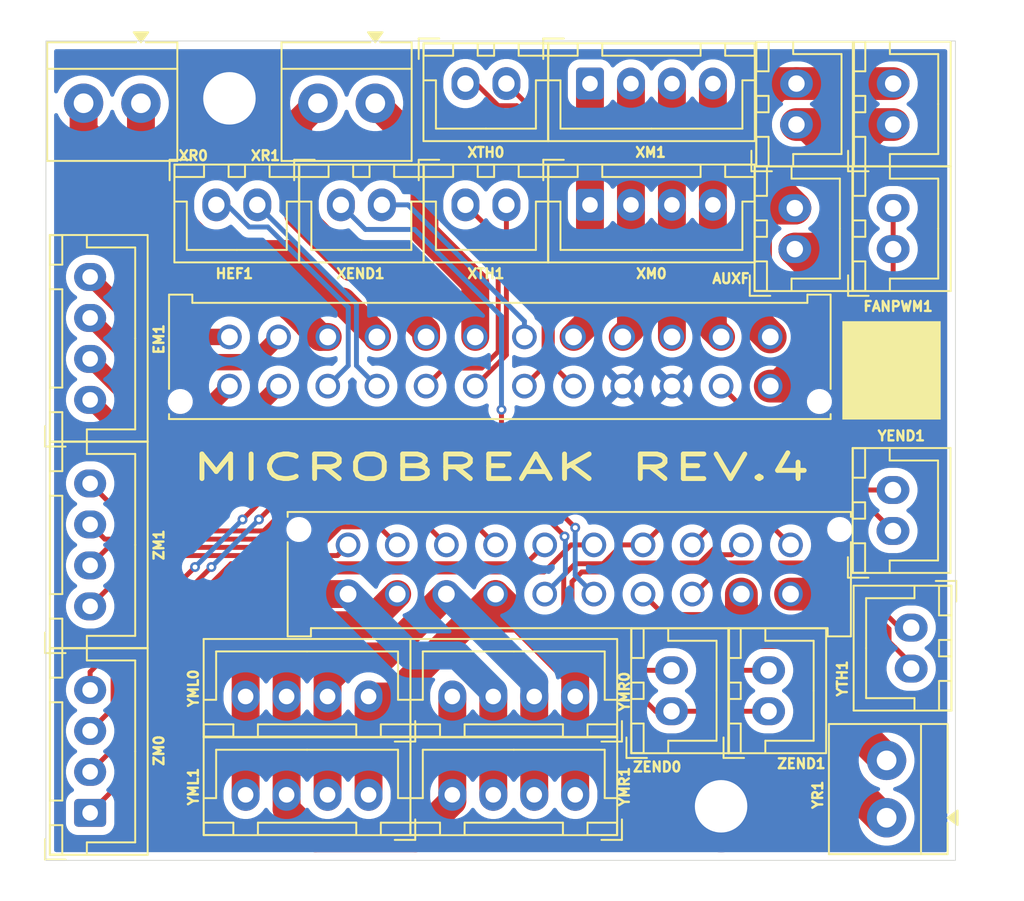
<source format=kicad_pcb>
(kicad_pcb (version 20241229) (generator "pcbnew") (generator_version "9.0")
  (layers (0 "F.Cu" signal) (2 "B.Cu" signal) (13 "F.Paste" user) (15 "B.Paste" user) (5 "F.SilkS" user "F.Silkscreen") (7 "B.SilkS" user "B.Silkscreen") (1 "F.Mask" user) (3 "B.Mask" user) (25 "Edge.Cuts" user))
  (net 0 "")
  (net 1 "Net-(AUXF1-+)")
  (net 2 "Net-(AUXF1--)")
  (net 3 "GND")
  (net 4 "Net-(HEF1-+)")
  (net 5 "Net-(HEF1--)")
  (net 6 "Net-(JX1-Pin_8)")
  (net 7 "Net-(JX1-Pin_9)")
  (net 8 "Net-(JX1-Pin_10)")
  (net 9 "Net-(JY1-Pin_8)")
  (net 10 "Net-(JY1-Pin_19)")
  (net 11 "Net-(JY1-Pin_3)")
  (net 12 "Net-(JY1-Pin_4)")
  (net 13 "Net-(JY1-Pin_2)")
  (net 14 "Net-(JY1-Pin_9)")
  (net 15 "Net-(JY1-Pin_17)")
  (net 16 "Net-(JY1-Pin_1)")
  (net 17 "Net-(JY1-Pin_10)")
  (net 18 "Net-(JY1-Pin_18)")
  (net 19 "Net-(JY1-Pin_20)")
  (net 20 "Net-(JY1-Pin_6)")
  (net 21 "Net-(JY1-Pin_7)")
  (net 22 "Net-(JY1-Pin_5)")
  (net 23 "Net-(FANPWM1-Pin_1)")
  (net 24 "Net-(JX1-Pin_4)")
  (net 25 "Net-(JX1-Pin_11)")
  (net 26 "Net-(JX1-Pin_18)")
  (net 27 "Net-(JX1-Pin_17)")
  (net 28 "Net-(JX1-Pin_7)")
  (net 29 "Net-(JX1-Pin_19)")
  (net 30 "Net-(JX1-Pin_20)")
  (net 31 "Net-(JY1-Pin_15)")
  (net 32 "Net-(JY1-Pin_16)")
  (net 33 "Net-(JY1-Pin_13)")
  (net 34 "Net-(JY1-Pin_14)")
  (net 35 "Net-(JY1-Pin_12)")
  (net 36 "Net-(JY1-Pin_11)")
  (net 37 "Net-(JX1-Pin_6)")
  (net 38 "Net-(JX1-Pin_5)")
  (net 39 "Net-(JX1-Pin_3)")
  (net 40 "Net-(EM1-Pin_3)")
  (net 41 "Net-(EM1-Pin_2)")
  (net 42 "Net-(EM1-Pin_1)")
  (net 43 "Net-(EM1-Pin_4)")
  (footprint "MountingHole:MountingHole_3.2mm_M3_DIN965_Pad_TopBottom" (layer "F.Cu") (at 154 78.5)
    (property "Reference" "H1" (hide yes))
    (property "Value" "MountingHole_Pad" (hide yes))
    (pad "1" thru_hole circle (at 0 0) (size 3.6 3.6) (drill 3.2) (layers "*.Cu" "*.Mask") (net 3 "GND"))
    (pad "1" connect circle (at 0 0) (size 5.6 5.6) (layers "F.Cu" "F.Mask") (net 3 "GND"))
    (pad "1" connect circle (at 0 0) (size 5.6 5.6) (layers "B.Cu" "B.Mask") (net 3 "GND"))
  )
  (footprint "TerminalBlock_4Ucon:TerminalBlock_4Ucon_1x02_P3.50mm_Horizontal" (layer "F.Cu") (at 148.6 78.8 180)
    (property "Reference" "XR0" (at -3.2 -3.2 0) (layer "F.SilkS") (effects (font (size 0.6 0.6))))
    (property "Value" "Heater" (hide yes))
    (pad "1" thru_hole circle (at 0 0 180) (size 2.4 2.4) (drill 1.2) (layers "*.Cu" "*.Mask") (net 24 "Net-(JX1-Pin_4)"))
    (pad "2" thru_hole circle (at 3.5 0 180) (size 2.4 2.4) (drill 1.2) (layers "*.Cu" "*.Mask") (net 39 "Net-(JX1-Pin_3)"))
  )
  (footprint "Connector_JST:JST_XH_B4B-XH-A_1x04_P2.50mm_Vertical" (layer "F.Cu") (at 175.1 115 180)
    (property "Reference" "YMR0" (at -3 0.3 90) (layer "F.SilkS") (effects (font (size 0.6 0.6))))
    (property "Value" "Conn_01x04_Socket" (hide yes))
    (pad "1" thru_hole oval (at 0 0 180) (size 1.7 1.95) (drill 0.95) (layers "*.Cu" "*.Mask") (net 21 "Net-(JY1-Pin_7)"))
    (pad "2" thru_hole oval (at 2.5 0 180) (size 1.7 1.95) (drill 0.95) (layers "*.Cu" "*.Mask") (net 9 "Net-(JY1-Pin_8)"))
    (pad "3" thru_hole oval (at 5 0 180) (size 1.7 1.95) (drill 0.95) (layers "*.Cu" "*.Mask") (net 17 "Net-(JY1-Pin_10)"))
    (pad "4" thru_hole oval (at 7.5 0 180) (size 1.7 1.95) (drill 0.95) (layers "*.Cu" "*.Mask") (net 14 "Net-(JY1-Pin_9)"))
  )
  (footprint "Connector_JST:JST_XH_B4B-XH-A_1x04_P2.50mm_Vertical" (layer "F.Cu") (at 162.488349 121 180)
    (property "Reference" "YML1" (at 10.688349 0.5 270) (layer "F.SilkS") (effects (font (size 0.6 0.6))))
    (property "Value" "Conn_01x04_Socket" (hide yes))
    (pad "1" thru_hole oval (at 0 0 180) (size 1.7 1.95) (drill 0.95) (layers "*.Cu" "*.Mask") (net 21 "Net-(JY1-Pin_7)"))
    (pad "2" thru_hole oval (at 2.5 0 180) (size 1.7 1.95) (drill 0.95) (layers "*.Cu" "*.Mask") (net 9 "Net-(JY1-Pin_8)"))
    (pad "3" thru_hole oval (at 5 0 180) (size 1.7 1.95) (drill 0.95) (layers "*.Cu" "*.Mask") (net 14 "Net-(JY1-Pin_9)"))
    (pad "4" thru_hole oval (at 7.5 0 180) (size 1.7 1.95) (drill 0.95) (layers "*.Cu" "*.Mask") (net 17 "Net-(JY1-Pin_10)"))
  )
  (footprint "Connector_JST:JST_XH_B2B-XH-A_1x02_P2.50mm_Vertical" (layer "F.Cu") (at 194.5 87.7 90)
    (property "Reference" "FANPWM1" (at -3.5 0.3 0) (layer "F.SilkS") (effects (font (size 0.6 0.6))))
    (property "Value" "Conn_01x02" (hide yes))
    (pad "1" thru_hole oval (at 0 0 90) (size 1.7 2) (drill 1) (layers "*.Cu" "*.Mask") (net 23 "Net-(FANPWM1-Pin_1)"))
    (pad "2" thru_hole oval (at 2.5 0 90) (size 1.7 2) (drill 1) (layers "*.Cu" "*.Mask") (net 23 "Net-(FANPWM1-Pin_1)"))
  )
  (footprint "Connector_JST:JST_XH_B2B-XH-A_1x02_P2.50mm_Vertical" (layer "F.Cu") (at 160.8 85)
    (property "Reference" "XEND1" (at 1.2 4.2 0) (layer "F.SilkS") (effects (font (size 0.6 0.6))))
    (property "Value" "SW_Push" (hide yes))
    (pad "1" thru_hole oval (at 0 0) (size 1.7 2) (drill 1) (layers "*.Cu" "*.Mask") (net 34 "Net-(JY1-Pin_14)"))
    (pad "2" thru_hole oval (at 2.5 0) (size 1.7 2) (drill 1) (layers "*.Cu" "*.Mask") (net 28 "Net-(JX1-Pin_7)"))
  )
  (footprint "Connector_JST:JST_XH_B4B-XH-A_1x04_P2.50mm_Vertical" (layer "F.Cu") (at 145.5 109.5 90)
    (property "Reference" "ZM1" (at 3.75 4.2 90) (layer "F.SilkS") (effects (font (size 0.6 0.6))))
    (property "Value" "Conn_01x04_Socket" (hide yes))
    (pad "1" thru_hole oval (at 0 0 90) (size 1.7 1.95) (drill 0.95) (layers "*.Cu" "*.Mask") (net 19 "Net-(JY1-Pin_20)"))
    (pad "2" thru_hole oval (at 2.5 0 90) (size 1.7 1.95) (drill 0.95) (layers "*.Cu" "*.Mask") (net 10 "Net-(JY1-Pin_19)"))
    (pad "3" thru_hole oval (at 5 0 90) (size 1.7 1.95) (drill 0.95) (layers "*.Cu" "*.Mask") (net 18 "Net-(JY1-Pin_18)"))
    (pad "4" thru_hole oval (at 7.5 0 90) (size 1.7 1.95) (drill 0.95) (layers "*.Cu" "*.Mask") (net 15 "Net-(JY1-Pin_17)"))
  )
  (footprint "TerminalBlock_4Ucon:TerminalBlock_4Ucon_1x02_P3.50mm_Horizontal" (layer "F.Cu") (at 162.9 78.8 180)
    (property "Reference" "XR1" (at 6.7 -3.2 0) (layer "F.SilkS") (effects (font (size 0.6 0.6))))
    (property "Value" "Heater" (hide yes))
    (pad "1" thru_hole circle (at 0 0 180) (size 2.4 2.4) (drill 1.2) (layers "*.Cu" "*.Mask") (net 37 "Net-(JX1-Pin_6)"))
    (pad "2" thru_hole circle (at 3.5 0 180) (size 2.4 2.4) (drill 1.2) (layers "*.Cu" "*.Mask") (net 38 "Net-(JX1-Pin_5)"))
  )
  (footprint "Connector_JST:JST_XH_B2B-XH-A_1x02_P2.50mm_Vertical" (layer "F.Cu") (at 194.5 80.1 90)
    (property "Reference" "AUXF1" (hide yes))
    (property "Value" "Fan" (hide yes))
    (pad "1" thru_hole oval (at 0 0 90) (size 1.7 2) (drill 1) (layers "*.Cu" "*.Mask") (net 1 "Net-(AUXF1-+)"))
    (pad "2" thru_hole oval (at 2.5 0 90) (size 1.7 2) (drill 1) (layers "*.Cu" "*.Mask") (net 2 "Net-(AUXF1--)"))
  )
  (footprint "Connector_Molex:Molex_Micro-Fit_3.0_43045-2412_2x12_P3.00mm_Vertical" (layer "F.Cu") (at 154 93.06)
    (property "Reference" "JX1" (hide yes))
    (property "Value" "Conn_02x12_Top_Bottom" (hide yes))
    (pad "" np_thru_hole circle (at -3 3.94) (size 1.02 1.02) (drill 1.02) (layers "*.Cu" "*.Mask"))
    (pad "" np_thru_hole circle (at 36 3.94) (size 1.02 1.02) (drill 1.02) (layers "*.Cu" "*.Mask"))
    (pad "1" thru_hole circle (at 0 0) (size 1.5 1.5) (drill 1.02) (layers "*.Cu" "*.Mask") (net 43 "Net-(EM1-Pin_4)"))
    (pad "2" thru_hole circle (at 3 0) (size 1.5 1.5) (drill 1.02) (layers "*.Cu" "*.Mask") (net 40 "Net-(EM1-Pin_3)"))
    (pad "3" thru_hole circle (at 6 0) (size 1.5 1.5) (drill 1.02) (layers "*.Cu" "*.Mask") (net 39 "Net-(JX1-Pin_3)"))
    (pad "4" thru_hole circle (at 9 0) (size 1.5 1.5) (drill 1.02) (layers "*.Cu" "*.Mask") (net 24 "Net-(JX1-Pin_4)"))
    (pad "5" thru_hole circle (at 12 0) (size 1.5 1.5) (drill 1.02) (layers "*.Cu" "*.Mask") (net 38 "Net-(JX1-Pin_5)"))
    (pad "6" thru_hole circle (at 15 0) (size 1.5 1.5) (drill 1.02) (layers "*.Cu" "*.Mask") (net 37 "Net-(JX1-Pin_6)"))
    (pad "7" thru_hole circle (at 18 0) (size 1.5 1.5) (drill 1.02) (layers "*.Cu" "*.Mask") (net 28 "Net-(JX1-Pin_7)"))
    (pad "8" thru_hole circle (at 21 0) (size 1.5 1.5) (drill 1.02) (layers "*.Cu" "*.Mask") (net 6 "Net-(JX1-Pin_8)"))
    (pad "9" thru_hole circle (at 24 0) (size 1.5 1.5) (drill 1.02) (layers "*.Cu" "*.Mask") (net 7 "Net-(JX1-Pin_9)"))
    (pad "10" thru_hole circle (at 27 0) (size 1.5 1.5) (drill 1.02) (layers "*.Cu" "*.Mask") (net 8 "Net-(JX1-Pin_10)"))
    (pad "11" thru_hole circle (at 30 0) (size 1.5 1.5) (drill 1.02) (layers "*.Cu" "*.Mask") (net 25 "Net-(JX1-Pin_11)"))
    (pad "12" thru_hole circle (at 33 0) (size 1.5 1.5) (drill 1.02) (layers "*.Cu" "*.Mask") (net 2 "Net-(AUXF1--)"))
    (pad "13" thru_hole circle (at 0 3) (size 1.5 1.5) (drill 1.02) (layers "*.Cu" "*.Mask") (net 41 "Net-(EM1-Pin_2)"))
    (pad "14" thru_hole circle (at 3 3) (size 1.5 1.5) (drill 1.02) (layers "*.Cu" "*.Mask") (net 42 "Net-(EM1-Pin_1)"))
    (pad "15" thru_hole circle (at 6 3) (size 1.5 1.5) (drill 1.02) (layers "*.Cu" "*.Mask") (net 4 "Net-(HEF1-+)"))
    (pad "16" thru_hole circle (at 9 3) (size 1.5 1.5) (drill 1.02) (layers "*.Cu" "*.Mask") (net 5 "Net-(HEF1--)"))
    (pad "17" thru_hole circle (at 12 3) (size 1.5 1.5) (drill 1.02) (layers "*.Cu" "*.Mask") (net 27 "Net-(JX1-Pin_17)"))
    (pad "18" thru_hole circle (at 15 3) (size 1.5 1.5) (drill 1.02) (layers "*.Cu" "*.Mask") (net 26 "Net-(JX1-Pin_18)"))
    (pad "19" thru_hole circle (at 18 3) (size 1.5 1.5) (drill 1.02) (layers "*.Cu" "*.Mask") (net 29 "Net-(JX1-Pin_19)"))
    (pad "20" thru_hole circle (at 21 3) (size 1.5 1.5) (drill 1.02) (layers "*.Cu" "*.Mask") (net 30 "Net-(JX1-Pin_20)"))
    (pad "21" thru_hole circle (at 24 3) (size 1.5 1.5) (drill 1.02) (layers "*.Cu" "*.Mask") (net 3 "GND"))
    (pad "22" thru_hole circle (at 27 3) (size 1.5 1.5) (drill 1.02) (layers "*.Cu" "*.Mask") (net 3 "GND"))
    (pad "23" thru_hole circle (at 30 3) (size 1.5 1.5) (drill 1.02) (layers "*.Cu" "*.Mask") (net 23 "Net-(FANPWM1-Pin_1)"))
    (pad "24" thru_hole circle (at 33 3) (size 1.5 1.5) (drill 1.02) (layers "*.Cu" "*.Mask") (net 1 "Net-(AUXF1-+)"))
  )
  (footprint "Connector_JST:JST_XH_B4B-XH-A_1x04_P2.50mm_Vertical" (layer "F.Cu") (at 175.1 121 180)
    (property "Reference" "YMR1" (at -3 0.5 90) (layer "F.SilkS") (effects (font (size 0.6 0.6))))
    (property "Value" "Conn_01x04_Socket" (hide yes))
    (pad "1" thru_hole oval (at 0 0 180) (size 1.7 1.95) (drill 0.95) (layers "*.Cu" "*.Mask") (net 21 "Net-(JY1-Pin_7)"))
    (pad "2" thru_hole oval (at 2.5 0 180) (size 1.7 1.95) (drill 0.95) (layers "*.Cu" "*.Mask") (net 9 "Net-(JY1-Pin_8)"))
    (pad "3" thru_hole oval (at 5 0 180) (size 1.7 1.95) (drill 0.95) (layers "*.Cu" "*.Mask") (net 17 "Net-(JY1-Pin_10)"))
    (pad "4" thru_hole oval (at 7.5 0 180) (size 1.7 1.95) (drill 0.95) (layers "*.Cu" "*.Mask") (net 14 "Net-(JY1-Pin_9)"))
  )
  (footprint "Connector_JST:JST_XH_B2B-XH-A_1x02_P2.50mm_Vertical" (layer "F.Cu") (at 168.4 85)
    (property "Reference" "XTH1" (at 1.25 4.2 0) (layer "F.SilkS") (effects (font (size 0.6 0.6))))
    (property "Value" "Thermistor" (hide yes))
    (pad "1" thru_hole oval (at 0 0) (size 1.7 2) (drill 1) (layers "*.Cu" "*.Mask") (net 27 "Net-(JX1-Pin_17)"))
    (pad "2" thru_hole oval (at 2.5 0) (size 1.7 2) (drill 1) (layers "*.Cu" "*.Mask") (net 26 "Net-(JX1-Pin_18)"))
  )
  (footprint "Connector_JST:JST_XH_B2B-XH-A_1x02_P2.50mm_Vertical" (layer "F.Cu") (at 153.2 85)
    (property "Reference" "HEF1" (at 1.1 4.2 180) (layer "F.SilkS") (effects (font (size 0.6 0.6))))
    (property "Value" "Fan" (hide yes))
    (pad "1" thru_hole oval (at 0 0) (size 1.7 2) (drill 1) (layers "*.Cu" "*.Mask") (net 4 "Net-(HEF1-+)"))
    (pad "2" thru_hole oval (at 2.5 0) (size 1.7 2) (drill 1) (layers "*.Cu" "*.Mask") (net 5 "Net-(HEF1--)"))
  )
  (footprint "Connector_JST:JST_XH_B4B-XH-A_1x04_P2.50mm_Vertical" (layer "F.Cu") (at 145.5 122.1 90)
    (property "Reference" "ZM0" (at 3.8 4.2 90) (layer "F.SilkS") (effects (font (size 0.6 0.6))))
    (property "Value" "Conn_01x04_Socket" (hide yes))
    (pad "1" thru_hole roundrect (at 0 0 90) (size 1.7 1.95) (drill 0.95) (layers "*.Cu" "*.Mask") (roundrect_rratio 0.147059) (net 31 "Net-(JY1-Pin_15)"))
    (pad "2" thru_hole oval (at 2.5 0 90) (size 1.7 1.95) (drill 0.95) (layers "*.Cu" "*.Mask") (net 32 "Net-(JY1-Pin_16)"))
    (pad "3" thru_hole oval (at 5 0 90) (size 1.7 1.95) (drill 0.95) (layers "*.Cu" "*.Mask") (net 20 "Net-(JY1-Pin_6)"))
    (pad "4" thru_hole oval (at 7.5 0 90) (size 1.7 1.95) (drill 0.95) (layers "*.Cu" "*.Mask") (net 22 "Net-(JY1-Pin_5)"))
  )
  (footprint "Connector_JST:JST_XH_B4B-XH-A_1x04_P2.50mm_Vertical" (layer "F.Cu") (at 145.5 96.9 90)
    (property "Reference" "EM1" (at 3.7 4.2 90) (layer "F.SilkS") (effects (font (size 0.6 0.6))))
    (property "Value" "Conn_01x04_Socket" (hide yes))
    (pad "1" thru_hole oval (at 0 0 90) (size 1.7 1.95) (drill 0.95) (layers "*.Cu" "*.Mask") (net 42 "Net-(EM1-Pin_1)"))
    (pad "2" thru_hole oval (at 2.5 0 90) (size 1.7 1.95) (drill 0.95) (layers "*.Cu" "*.Mask") (net 41 "Net-(EM1-Pin_2)"))
    (pad "3" thru_hole oval (at 5 0 90) (size 1.7 1.95) (drill 0.95) (layers "*.Cu" "*.Mask") (net 40 "Net-(EM1-Pin_3)"))
    (pad "4" thru_hole oval (at 7.5 0 90) (size 1.7 1.95) (drill 0.95) (layers "*.Cu" "*.Mask") (net 43 "Net-(EM1-Pin_4)"))
  )
  (footprint "TerminalBlock_4Ucon:TerminalBlock_4Ucon_1x02_P3.50mm_Horizontal" (layer "F.Cu") (at 194.1 122.4 90)
    (property "Reference" "YR1" (at 1.4 -4.2 90) (layer "F.SilkS") (effects (font (size 0.6 0.6))))
    (property "Value" "Heater" (hide yes))
    (pad "1" thru_hole circle (at 0 0 90) (size 2.4 2.4) (drill 1.2) (layers "*.Cu" "*.Mask") (net 13 "Net-(JY1-Pin_2)"))
    (pad "2" thru_hole circle (at 3.5 0 90) (size 2.4 2.4) (drill 1.2) (layers "*.Cu" "*.Mask") (net 16 "Net-(JY1-Pin_1)"))
  )
  (footprint "Connector_JST:JST_XH_B2B-XH-A_1x02_P2.50mm_Vertical" (layer "F.Cu") (at 195.6 110.8 -90)
    (property "Reference" "YTH1" (at 3.1 4.2 90) (layer "F.SilkS") (effects (font (size 0.6 0.6))))
    (property "Value" "Thermistor" (hide yes))
    (pad "1" thru_hole oval (at 0 0 270) (size 1.7 2) (drill 1) (layers "*.Cu" "*.Mask") (net 11 "Net-(JY1-Pin_3)"))
    (pad "2" thru_hole oval (at 2.5 0 270) (size 1.7 2) (drill 1) (layers "*.Cu" "*.Mask") (net 12 "Net-(JY1-Pin_4)"))
  )
  (footprint "Connector_JST:JST_XH_B2B-XH-A_1x02_P2.50mm_Vertical" (layer "F.Cu") (at 188.6 80.1 90)
    (property "Reference" "AUXF3" (hide yes))
    (property "Value" "Fan" (hide yes))
    (pad "1" thru_hole oval (at 0 0 90) (size 1.7 2) (drill 1) (layers "*.Cu" "*.Mask") (net 1 "Net-(AUXF1-+)"))
    (pad "2" thru_hole oval (at 2.5 0 90) (size 1.7 2) (drill 1) (layers "*.Cu" "*.Mask") (net 2 "Net-(AUXF1--)"))
  )
  (footprint "Connector_JST:JST_XH_B2B-XH-A_1x02_P2.50mm_Vertical" (layer "F.Cu") (at 186.9 115.9 90)
    (property "Reference" "ZEND1" (at -3.2 2 0) (layer "F.SilkS") (effects (font (size 0.6 0.6))))
    (property "Value" "SW_Push" (hide yes))
    (pad "1" thru_hole oval (at 0 0 90) (size 1.7 2) (drill 1) (layers "*.Cu" "*.Mask") (net 34 "Net-(JY1-Pin_14)"))
    (pad "2" thru_hole oval (at 2.5 0 90) (size 1.7 2) (drill 1) (layers "*.Cu" "*.Mask") (net 35 "Net-(JY1-Pin_12)"))
  )
  (footprint "Connector_JST:JST_XH_B2B-XH-A_1x02_P2.50mm_Vertical" (layer "F.Cu") (at 188.5 87.7 90)
    (property "Reference" "AUXF" (at -1.8 -3.9 0) (layer "F.SilkS") (effects (font (size 0.6 0.6))))
    (property "Value" "Fan" (hide yes))
    (pad "1" thru_hole oval (at 0 0 90) (size 1.7 2) (drill 1) (layers "*.Cu" "*.Mask") (net 1 "Net-(AUXF1-+)"))
    (pad "2" thru_hole oval (at 2.5 0 90) (size 1.7 2) (drill 1) (layers "*.Cu" "*.Mask") (net 2 "Net-(AUXF1--)"))
  )
  (footprint "Connector_JST:JST_XH_B2B-XH-A_1x02_P2.50mm_Vertical" (layer "F.Cu") (at 168.4 77.6)
    (property "Reference" "XTH0" (at 1.25 4.2 0) (layer "F.SilkS") (effects (font (size 0.6 0.6))))
    (property "Value" "Thermistor" (hide yes))
    (pad "1" thru_hole oval (at 0 0) (size 1.7 2) (drill 1) (layers "*.Cu" "*.Mask") (net 29 "Net-(JX1-Pin_19)"))
    (pad "2" thru_hole oval (at 2.5 0) (size 1.7 2) (drill 1) (layers "*.Cu" "*.Mask") (net 30 "Net-(JX1-Pin_20)"))
  )
  (footprint "Connector_Molex:Molex_Micro-Fit_3.0_43045-2012_2x10_P3.00mm_Vertical" (layer "F.Cu") (at 188.238349 108.75 180)
    (property "Reference" "JY1" (hide yes))
    (property "Value" "Conn_02x10_Top_Bottom" (hide yes))
    (pad "" np_thru_hole circle (at -3 3.94 180) (size 1.02 1.02) (drill 1.02) (layers "*.Cu" "*.Mask"))
    (pad "" np_thru_hole circle (at 30 3.94 180) (size 1.02 1.02) (drill 1.02) (layers "*.Cu" "*.Mask"))
    (pad "1" thru_hole circle (at 0 0 180) (size 1.5 1.5) (drill 1.02) (layers "*.Cu" "*.Mask") (net 16 "Net-(JY1-Pin_1)"))
    (pad "2" thru_hole circle (at 3 0 180) (size 1.5 1.5) (drill 1.02) (layers "*.Cu" "*.Mask") (net 13 "Net-(JY1-Pin_2)"))
    (pad "3" thru_hole circle (at 6 0 180) (size 1.5 1.5) (drill 1.02) (layers "*.Cu" "*.Mask") (net 11 "Net-(JY1-Pin_3)"))
    (pad "4" thru_hole circle (at 9 0 180) (size 1.5 1.5) (drill 1.02) (layers "*.Cu" "*.Mask") (net 12 "Net-(JY1-Pin_4)"))
    (pad "5" thru_hole circle (at 12 0 180) (size 1.5 1.5) (drill 1.02) (layers "*.Cu" "*.Mask") (net 22 "Net-(JY1-Pin_5)"))
    (pad "6" thru_hole circle (at 15 0 180) (size 1.5 1.5) (drill 1.02) (layers "*.Cu" "*.Mask") (net 20 "Net-(JY1-Pin_6)"))
    (pad "7" thru_hole circle (at 18 0 180) (size 1.5 1.5) (drill 1.02) (layers "*.Cu" "*.Mask") (net 21 "Net-(JY1-Pin_7)"))
    (pad "8" thru_hole circle (at 21 0 180) (size 1.5 1.5) (drill 1.02) (layers "*.Cu" "*.Mask") (net 9 "Net-(JY1-Pin_8)"))
    (pad "9" thru_hole circle (at 24 0 180) (size 1.5 1.5) (drill 1.02) (layers "*.Cu" "*.Mask") (net 14 "Net-(JY1-Pin_9)"))
    (pad "10" thru_hole circle (at 27 0 180) (size 1.5 1.5) (drill 1.02) (layers "*.Cu" "*.Mask") (net 17 "Net-(JY1-Pin_10)"))
    (pad "11" thru_hole circle (at 0 3 180) (size 1.5 1.5) (drill 1.02) (layers "*.Cu" "*.Mask") (net 36 "Net-(JY1-Pin_11)"))
    (pad "12" thru_hole circle (at 3 3 180) (size 1.5 1.5) (drill 1.02) (layers "*.Cu" "*.Mask") (net 35 "Net-(JY1-Pin_12)"))
    (pad "13" thru_hole circle (at 6 3 180) (size 1.5 1.5) (drill 1.02) (layers "*.Cu" "*.Mask") (net 33 "Net-(JY1-Pin_13)"))
    (pad "14" thru_hole circle (at 9 3 180) (size 1.5 1.5) (drill 1.02) (layers "*.Cu" "*.Mask") (net 34 "Net-(JY1-Pin_14)"))
    (pad "15" thru_hole circle (at 12 3 180) (size 1.5 1.5) (drill 1.02) (layers "*.Cu" "*.Mask") (net 31 "Net-(JY1-Pin_15)"))
    (pad "16" thru_hole circle (at 15 3 180) (size 1.5 1.5) (drill 1.02) (layers "*.Cu" "*.Mask") (net 32 "Net-(JY1-Pin_16)"))
    (pad "17" thru_hole circle (at 18 3 180) (size 1.5 1.5) (drill 1.02) (layers "*.Cu" "*.Mask") (net 15 "Net-(JY1-Pin_17)"))
    (pad "18" thru_hole circle (at 21 3 180) (size 1.5 1.5) (drill 1.02) (layers "*.Cu" "*.Mask") (net 18 "Net-(JY1-Pin_18)"))
    (pad "19" thru_hole circle (at 24 3 180) (size 1.5 1.5) (drill 1.02) (layers "*.Cu" "*.Mask") (net 10 "Net-(JY1-Pin_19)"))
    (pad "20" thru_hole circle (at 27 3 180) (size 1.5 1.5) (drill 1.02) (layers "*.Cu" "*.Mask") (net 19 "Net-(JY1-Pin_20)"))
  )
  (footprint "Connector_JST:JST_XH_B2B-XH-A_1x02_P2.50mm_Vertical" (layer "F.Cu") (at 180.975 115.9 90)
    (property "Reference" "ZEND0" (at -3.4 -0.875 0) (layer "F.SilkS") (effects (font (size 0.6 0.6))))
    (property "Value" "SW_Push" (hide yes))
    (pad "1" thru_hole oval (at 0 0 90) (size 1.7 2) (drill 1) (layers "*.Cu" "*.Mask") (net 34 "Net-(JY1-Pin_14)"))
    (pad "2" thru_hole oval (at 2.5 0 90) (size 1.7 2) (drill 1) (layers "*.Cu" "*.Mask") (net 36 "Net-(JY1-Pin_11)"))
  )
  (footprint "Connector_JST:JST_XH_B4B-XH-A_1x04_P2.50mm_Vertical" (layer "F.Cu") (at 176 77.6)
    (property "Reference" "XM1" (at 3.7 4.2 0) (layer "F.SilkS") (effects (font (size 0.6 0.6))))
    (property "Value" "Conn_01x04_Socket" (hide yes))
    (pad "1" thru_hole roundrect (at 0 0) (size 1.7 1.95) (drill 0.95) (layers "*.Cu" "*.Mask") (roundrect_rratio 0.147059) (net 6 "Net-(JX1-Pin_8)"))
    (pad "2" thru_hole oval (at 2.5 0) (size 1.7 1.95) (drill 0.95) (layers "*.Cu" "*.Mask") (net 7 "Net-(JX1-Pin_9)"))
    (pad "3" thru_hole oval (at 5 0) (size 1.7 1.95) (drill 0.95) (layers "*.Cu" "*.Mask") (net 8 "Net-(JX1-Pin_10)"))
    (pad "4" thru_hole oval (at 7.5 0) (size 1.7 1.95) (drill 0.95) (layers "*.Cu" "*.Mask") (net 25 "Net-(JX1-Pin_11)"))
  )
  (footprint "MountingHole:MountingHole_3.2mm_M3_DIN965_Pad_TopBottom" (layer "F.Cu") (at 184 121.7)
    (property "Reference" "H4" (hide yes))
    (property "Value" "MountingHole_Pad" (hide yes))
    (pad "1" thru_hole circle (at 0 0) (size 3.6 3.6) (drill 3.2) (layers "*.Cu" "*.Mask") (net 3 "GND"))
    (pad "1" connect circle (at 0 0) (size 5.6 5.6) (layers "F.Cu" "F.Mask") (net 3 "GND"))
    (pad "1" connect circle (at 0 0) (size 5.6 5.6) (layers "B.Cu" "B.Mask") (net 3 "GND"))
  )
  (footprint "Connector_JST:JST_XH_B4B-XH-A_1x04_P2.50mm_Vertical" (layer "F.Cu") (at 162.488349 115 180)
    (property "Reference" "YML0" (at 10.688349 0.5 90) (layer "F.SilkS") (effects (font (size 0.6 0.6))))
    (property "Value" "Conn_01x04_Socket" (hide yes))
    (pad "1" thru_hole oval (at 0 0 180) (size 1.7 1.95) (drill 0.95) (layers "*.Cu" "*.Mask") (net 21 "Net-(JY1-Pin_7)"))
    (pad "2" thru_hole oval (at 2.5 0 180) (size 1.7 1.95) (drill 0.95) (layers "*.Cu" "*.Mask") (net 9 "Net-(JY1-Pin_8)"))
    (pad "3" thru_hole oval (at 5 0 180) (size 1.7 1.95) (drill 0.95) (layers "*.Cu" "*.Mask") (net 14 "Net-(JY1-Pin_9)"))
    (pad "4" thru_hole oval (at 7.5 0 180) (size 1.7 1.95) (drill 0.95) (layers "*.Cu" "*.Mask") (net 17 "Net-(JY1-Pin_10)"))
  )
  (footprint "Connector_JST:JST_XH_B2B-XH-A_1x02_P2.50mm_Vertical" (layer "F.Cu") (at 194.488349 104.9 90)
    (property "Reference" "YEND1" (at 5.8 0.511651 180) (layer "F.SilkS") (effects (font (size 0.6 0.6))))
    (property "Value" "SW_Push" (hide yes))
    (pad "1" thru_hole oval (at 0 0 90) (size 1.7 2) (drill 1) (layers "*.Cu" "*.Mask") (net 33 "Net-(JY1-Pin_13)"))
    (pad "2" thru_hole oval (at 2.5 0 90) (size 1.7 2) (drill 1) (layers "*.Cu" "*.Mask") (net 34 "Net-(JY1-Pin_14)"))
  )
  (footprint "Connector_JST:JST_XH_B4B-XH-A_1x04_P2.50mm_Vertical" (layer "F.Cu") (at 176 85)
    (property "Reference" "XM0" (at 3.75 4.2 0) (layer "F.SilkS") (effects (font (size 0.6 0.6))))
    (property "Value" "Conn_01x04_Socket" (hide yes))
    (pad "1" thru_hole roundrect (at 0 0) (size 1.7 1.95) (drill 0.95) (layers "*.Cu" "*.Mask") (roundrect_rratio 0.147059) (net 6 "Net-(JX1-Pin_8)"))
    (pad "2" thru_hole oval (at 2.5 0) (size 1.7 1.95) (drill 0.95) (layers "*.Cu" "*.Mask") (net 7 "Net-(JX1-Pin_9)"))
    (pad "3" thru_hole oval (at 5 0) (size 1.7 1.95) (drill 0.95) (layers "*.Cu" "*.Mask") (net 8 "Net-(JX1-Pin_10)"))
    (pad "4" thru_hole oval (at 7.5 0) (size 1.7 1.95) (drill 0.95) (layers "*.Cu" "*.Mask") (net 25 "Net-(JX1-Pin_11)"))
  )
  (gr_rect (start 191.4 92.1) (end 197.4 98.1) (fill yes) (layer "F.SilkS"))
  (gr_rect (start 142.8 75) (end 198.3 125) (stroke (width 0.05)) (fill no) (layer "Edge.Cuts"))
  (gr_text "MICROBREAK REV.4" (at 151.5 101.9 0) (layer "F.SilkS") (effects (font (size 1.5 2.625) (thickness 0.3) (bold yes)) (justify left bottom)))
  (segment (start 190.1 87.7) (end 188.5 87.7) (width 2) (layer "F.Cu") (net 1))
  (segment (start 191.4 86.4) (end 191.4 82.2) (width 2) (layer "F.Cu") (net 1))
  (segment (start 191.4 82.2) (end 193.4 80.2) (width 2) (layer "F.Cu") (net 1))
  (segment (start 189.4 80.2) (end 191.4 82.2) (width 2) (layer "F.Cu") (net 1))
  (segment (start 194.5 80.1) (end 188.6 80.1) (width 2) (layer "F.Cu") (net 1))
  (segment (start 187.6 96.06) (end 187 96.06) (width 2) (layer "F.Cu") (net 1))
  (segment (start 189.8 90.6) (end 189.8 93.86) (width 2) (layer "F.Cu") (net 1))
  (segment (start 189.8 88) (end 191.4 86.4) (width 2) (layer "F.Cu") (net 1))
  (segment (start 188.5 87.7) (end 189.8 89) (width 2) (layer "F.Cu") (net 1))
  (segment (start 189.8 89) (end 189.8 90.6) (width 2) (layer "F.Cu") (net 1))
  (segment (start 191.4 86.4) (end 190.1 87.7) (width 2) (layer "F.Cu") (net 1))
  (segment (start 189.8 90.6) (end 189.8 88) (width 2) (layer "F.Cu") (net 1))
  (segment (start 189.8 93.86) (end 187.6 96.06) (width 2) (layer "F.Cu") (net 1))
  (segment (start 186.1 92.16) (end 187 93.06) (width 2) (layer "F.Cu") (net 2))
  (segment (start 188.5 85.2) (end 187 85.2) (width 2) (layer "F.Cu") (net 2))
  (segment (start 186.1 82.8) (end 188.5 85.2) (width 2) (layer "F.Cu") (net 2))
  (segment (start 187 85.2) (end 186.1 86.1) (width 2) (layer "F.Cu") (net 2))
  (segment (start 186.1 82.8) (end 186.1 86.1) (width 2) (layer "F.Cu") (net 2))
  (segment (start 186.1 78.95) (end 187.45 77.6) (width 2) (layer "F.Cu") (net 2))
  (segment (start 188.6 77.6) (end 194.5 77.6) (width 2) (layer "F.Cu") (net 2))
  (segment (start 186.1 86.1) (end 186.1 92.16) (width 2) (layer "F.Cu") (net 2))
  (segment (start 187.45 77.6) (end 188.6 77.6) (width 2) (layer "F.Cu") (net 2))
  (segment (start 186.1 82.8) (end 186.1 78.95) (width 2) (layer "F.Cu") (net 2))
  (segment (start 161.249 91.25752) (end 161.249 94.811) (width 0.3) (layer "B.Cu") (net 4))
  (segment (start 161.249 94.811) (end 160 96.06) (width 0.3) (layer "B.Cu") (net 4))
  (segment (start 156.34248 86.351) (end 161.249 91.25752) (width 0.3) (layer "B.Cu") (net 4))
  (segment (start 153.2 85) (end 153.85153 85) (width 0.3) (layer "B.Cu") (net 4))
  (segment (start 155.20253 86.351) (end 156.34248 86.351) (width 0.3) (layer "B.Cu") (net 4))
  (segment (start 153.85153 85) (end 155.20253 86.351) (width 0.3) (layer "B.Cu") (net 4))
  (segment (start 161.75 91.05) (end 161.75 94.81) (width 0.3) (layer "B.Cu") (net 5))
  (segment (start 161.75 94.81) (end 163 96.06) (width 0.3) (layer "B.Cu") (net 5))
  (segment (start 155.7 85) (end 161.75 91.05) (width 0.3) (layer "B.Cu") (net 5))
  (segment (start 176 85) (end 176 92.06) (width 1.7) (layer "F.Cu") (net 6))
  (segment (start 176 77.6) (end 176 85) (width 1.7) (layer "F.Cu") (net 6))
  (segment (start 176 92.06) (end 175 93.06) (width 1.7) (layer "F.Cu") (net 6))
  (segment (start 178.5 85) (end 178.5 92.56) (width 1.7) (layer "F.Cu") (net 7))
  (segment (start 178.5 92.56) (end 178 93.06) (width 1.7) (layer "F.Cu") (net 7))
  (segment (start 178.5 77.6) (end 178.5 85) (width 1.7) (layer "F.Cu") (net 7))
  (segment (start 181 77.6) (end 181 85) (width 1.7) (layer "F.Cu") (net 8))
  (segment (start 181 85) (end 181 93.06) (width 1.7) (layer "F.Cu") (net 8))
  (segment (start 161.436349 112.552) (end 163.436349 112.552) (width 1.7) (layer "F.Cu") (net 9))
  (segment (start 159.988349 114) (end 161.436349 112.552) (width 1.7) (layer "F.Cu") (net 9))
  (segment (start 163.436349 112.552) (end 167.238349 108.75) (width 1.7) (layer "F.Cu") (net 9))
  (segment (start 172.6 115) (end 172.6 121) (width 1.7) (layer "F.Cu") (net 9))
  (segment (start 159.988349 119.511651) (end 159.988349 114) (width 1.7) (layer "F.Cu") (net 9))
  (segment (start 159.988349 115) (end 159.988349 119.511651) (width 1.7) (layer "F.Cu") (net 9))
  (segment (start 159.988349 119.511651) (end 159.988349 121) (width 1.7) (layer "F.Cu") (net 9))
  (segment (start 167.238349 108.75) (end 172.6 114.111651) (width 1.7) (layer "B.Cu") (net 9))
  (segment (start 172.6 114.111651) (end 172.6 115) (width 1.7) (layer "B.Cu") (net 9))
  (segment (start 164.238349 105.75) (end 163.137349 104.649) (width 0.3) (layer "F.Cu") (net 10))
  (segment (start 146.6 105.9) (end 145.5 107) (width 0.3) (layer "F.Cu") (net 10))
  (segment (start 159.531299 105.9) (end 146.6 105.9) (width 0.3) (layer "F.Cu") (net 10))
  (segment (start 160.782299 104.649) (end 159.531299 105.9) (width 0.3) (layer "F.Cu") (net 10))
  (segment (start 163.137349 104.649) (end 160.782299 104.649) (width 0.3) (layer "F.Cu") (net 10))
  (segment (start 194.88352 110.8) (end 190.93452 106.851) (width 0.3) (layer "F.Cu") (net 11))
  (segment (start 184.249 106.851) (end 182.35 108.75) (width 0.3) (layer "F.Cu") (net 11))
  (segment (start 182.35 108.75) (end 182.238349 108.75) (width 0.3) (layer "F.Cu") (net 11))
  (segment (start 190.93452 106.851) (end 184.249 106.851) (width 0.3) (layer "F.Cu") (net 11))
  (segment (start 195.6 110.8) (end 194.88352 110.8) (width 0.3) (layer "F.Cu") (net 11))
  (segment (start 194.249 110.874) (end 194.249 111.65587) (width 0.3) (layer "F.Cu") (net 12))
  (segment (start 183.8 109.2) (end 183.8 108.1) (width 0.3) (layer "F.Cu") (net 12))
  (segment (start 183.8 108.1) (end 184.548 107.352) (width 0.3) (layer "F.Cu") (net 12))
  (segment (start 190.727 107.352) (end 194.249 110.874) (width 0.3) (layer "F.Cu") (net 12))
  (segment (start 195.6 113) (end 195.6 113.3) (width 0.3) (layer "F.Cu") (net 12))
  (segment (start 179.238349 108.75) (end 180.488349 110) (width 0.3) (layer "F.Cu") (net 12))
  (segment (start 194.601 112.001) (end 195.6 113) (width 0.3) (layer "F.Cu") (net 12))
  (segment (start 184.548 107.352) (end 190.727 107.352) (width 0.3) (layer "F.Cu") (net 12))
  (segment (start 194.249 111.65587) (end 194.59413 112.001) (width 0.3) (layer "F.Cu") (net 12))
  (segment (start 183 110) (end 183.8 109.2) (width 0.3) (layer "F.Cu") (net 12))
  (segment (start 180.488349 110) (end 183 110) (width 0.3) (layer "F.Cu") (net 12))
  (segment (start 194.59413 112.001) (end 194.601 112.001) (width 0.3) (layer "F.Cu") (net 12))
  (segment (start 185.238349 109.81066) (end 186.527689 111.1) (width 2) (layer "F.Cu") (net 13))
  (segment (start 190.1 118.7) (end 193.8 122.4) (width 2) (layer "F.Cu") (net 13))
  (segment (start 186.527689 111.1) (end 188.4 111.1) (width 2) (layer "F.Cu") (net 13))
  (segment (start 193.8 122.4) (end 194.1 122.4) (width 2) (layer "F.Cu") (net 13))
  (segment (start 190.1 112.8) (end 190.1 118.7) (width 2) (layer "F.Cu") (net 13))
  (segment (start 188.4 111.1) (end 190.1 112.8) (width 2) (layer "F.Cu") (net 13))
  (segment (start 185.238349 108.75) (end 185.238349 109.81066) (width 2) (layer "F.Cu") (net 13))
  (segment (start 159.249 123.649) (end 165.351 123.649) (width 1.7) (layer "F.Cu") (net 14))
  (segment (start 162.337349 110.651) (end 164.238349 108.75) (width 1.7) (layer "F.Cu") (net 14))
  (segment (start 157.488349 115) (end 157.488349 121.888349) (width 1.7) (layer "F.Cu") (net 14))
  (segment (start 157.488349 113.25) (end 160.087349 110.651) (width 1.7) (layer "F.Cu") (net 14))
  (segment (start 157.488349 115) (end 157.488349 113.25) (width 1.7) (layer "F.Cu") (net 14))
  (segment (start 157.488349 121.888349) (end 159.249 123.649) (width 1.7) (layer "F.Cu") (net 14))
  (segment (start 160.087349 110.651) (end 162.337349 110.651) (width 1.7) (layer "F.Cu") (net 14))
  (segment (start 165.351 123.649) (end 167.6 121.4) (width 1.7) (layer "F.Cu") (net 14))
  (segment (start 167.6 121.4) (end 167.6 115) (width 1.7) (layer "F.Cu") (net 14))
  (segment (start 148.398 104.898) (end 145.5 102) (width 0.3) (layer "F.Cu") (net 15))
  (segment (start 170.238349 105.75) (end 167.388349 102.9) (width 0.3) (layer "F.Cu") (net 15))
  (segment (start 156.09348 104.898) (end 148.398 104.898) (width 0.3) (layer "F.Cu") (net 15))
  (segment (start 167.388349 102.9) (end 158.09148 102.9) (width 0.3) (layer "F.Cu") (net 15))
  (segment (start 158.09148 102.9) (end 156.09348 104.898) (width 0.3) (layer "F.Cu") (net 15))
  (segment (start 188.238349 108.75) (end 189.75 108.75) (width 2) (layer "F.Cu") (net 16))
  (segment (start 189.75 108.75) (end 192.7 111.7) (width 2) (layer "F.Cu") (net 16))
  (segment (start 192.7 111.7) (end 192.7 117.5) (width 2) (layer "F.Cu") (net 16))
  (segment (start 192.7 117.5) (end 194.1 118.9) (width 2) (layer "F.Cu") (net 16))
  (segment (start 154.988349 112.575) (end 158.813349 108.75) (width 1.7) (layer "F.Cu") (net 17))
  (segment (start 154.988349 121) (end 154.988349 115) (width 1.7) (layer "F.Cu") (net 17))
  (segment (start 154.988349 115) (end 154.988349 112.575) (width 1.7) (layer "F.Cu") (net 17))
  (segment (start 170.1 115) (end 170.1 121) (width 1.7) (layer "F.Cu") (net 17))
  (segment (start 158.813349 108.75) (end 161.238349 108.75) (width 1.7) (layer "F.Cu") (net 17))
  (segment (start 167.91342 112.5) (end 170.1 114.68658) (width 1.7) (layer "B.Cu") (net 17))
  (segment (start 165.05 112.5) (end 167.91342 112.5) (width 1.7) (layer "B.Cu") (net 17))
  (segment (start 170.1 114.68658) (end 170.1 115) (width 1.7) (layer "B.Cu") (net 17))
  (segment (start 161.25 108.7) (end 165.05 112.5) (width 1.7) (layer "B.Cu") (net 17))
  (segment (start 158.299 103.401) (end 156.301 105.399) (width 0.3) (layer "F.Cu") (net 18))
  (segment (start 167.238349 105.75) (end 164.889349 103.401) (width 0.3) (layer "F.Cu") (net 18))
  (segment (start 146.399 105.399) (end 145.5 104.5) (width 0.3) (layer "F.Cu") (net 18))
  (segment (start 164.889349 103.401) (end 158.299 103.401) (width 0.3) (layer "F.Cu") (net 18))
  (segment (start 156.301 105.399) (end 146.399 105.399) (width 0.3) (layer "F.Cu") (net 18))
  (segment (start 148.6 106.4) (end 145.5 109.5) (width 0.3) (layer "F.Cu") (net 19))
  (segment (start 161.238349 105.75) (end 160.588349 106.4) (width 0.3) (layer "F.Cu") (net 19))
  (segment (start 160.588349 106.4) (end 148.6 106.4) (width 0.3) (layer "F.Cu") (net 19))
  (segment (start 152.9 107.1) (end 146.9 113.1) (width 0.3) (layer "F.Cu") (net 20))
  (segment (start 146.9 113.1) (end 146.9 115.7) (width 0.3) (layer "F.Cu") (net 20))
  (segment (start 157.8 102.2) (end 155.752 104.248) (width 0.3) (layer "F.Cu") (net 20))
  (segment (start 174.45 105.237043) (end 174.45 105.207241) (width 0.3) (layer "F.Cu") (net 20))
  (segment (start 146.9 115.7) (end 145.5 117.1) (width 0.3) (layer "F.Cu") (net 20))
  (segment (start 174.45 105.207241) (end 171.442759 102.2) (width 0.3) (layer "F.Cu") (net 20))
  (segment (start 171.442759 102.2) (end 157.8 102.2) (width 0.3) (layer "F.Cu") (net 20))
  (via (at 155.8 104.2) (size 0.6) (drill 0.3) (layers "F.Cu" "B.Cu") (net 20))
  (via (at 152.9 107.1) (size 0.6) (drill 0.3) (layers "F.Cu" "B.Cu") (net 20))
  (via (at 174.45 105.237043) (size 0.6) (drill 0.3) (layers "F.Cu" "B.Cu") (net 20))
  (segment (start 155.8 104.2) (end 152.9 107.1) (width 0.3) (layer "B.Cu") (net 20))
  (segment (start 174.499 107.489349) (end 173.238349 108.75) (width 0.3) (layer "B.Cu") (net 20))
  (segment (start 155.8 104.2) (end 155.752 104.248) (width 0.3) (layer "B.Cu") (net 20))
  (segment (start 174.45 105.237043) (end 174.45 105.25) (width 0.3) (layer "B.Cu") (net 20))
  (segment (start 174.499 105.299) (end 174.499 107.489349) (width 0.3) (layer "B.Cu") (net 20))
  (segment (start 174.45 105.25) (end 174.499 105.299) (width 0.3) (layer "B.Cu") (net 20))
  (segment (start 164.1 115) (end 164.088349 115) (width 1.7) (layer "F.Cu") (net 21))
  (segment (start 170.238349 108.75) (end 168.394174 110.594174) (width 1.7) (layer "F.Cu") (net 21))
  (segment (start 168.394174 110.594174) (end 164.1 114.888349) (width 1.7) (layer "F.Cu") (net 21))
  (segment (start 164.088349 115) (end 162.488349 116.6) (width 1.7) (layer "F.Cu") (net 21))
  (segment (start 164.1 114.888349) (end 164.1 115) (width 1.7) (layer "F.Cu") (net 21))
  (segment (start 175.1 113.611651) (end 175.1 115) (width 1.7) (layer "F.Cu") (net 21))
  (segment (start 162.488349 116.6) (end 162.488349 121) (width 1.7) (layer "F.Cu") (net 21))
  (segment (start 172.244175 110.755825) (end 175.1 113.611651) (width 1.7) (layer "F.Cu") (net 21))
  (segment (start 168.744174 110.244174) (end 171.732524 110.244174) (width 1.7) (layer "F.Cu") (net 21))
  (segment (start 162.488349 115) (end 162.488349 116.6) (width 1.7) (layer "F.Cu") (net 21))
  (segment (start 175.1 121) (end 175.1 115) (width 1.7) (layer "F.Cu") (net 21))
  (segment (start 168.394174 110.594174) (end 168.744174 110.244174) (width 1.7) (layer "F.Cu") (net 21))
  (segment (start 170.238349 108.75) (end 172.244175 110.755825) (width 1.7) (layer "F.Cu") (net 21))
  (segment (start 164.1 115) (end 162.488349 115) (width 1.7) (layer "F.Cu") (net 21))
  (segment (start 171.732524 110.244174) (end 172.244175 110.755825) (width 1.7) (layer "F.Cu") (net 21))
  (segment (start 172.000001 101.6) (end 157.4 101.6) (width 0.3) (layer "F.Cu") (net 22))
  (segment (start 175.1 104.699999) (end 172.000001 101.6) (width 0.3) (layer "F.Cu") (net 22))
  (segment (start 151.9 107.1) (end 145.5 113.5) (width 0.3) (layer "F.Cu") (net 22))
  (segment (start 145.5 113.5) (end 145.5 114.6) (width 0.3) (layer "F.Cu") (net 22))
  (segment (start 157.4 101.6) (end 154.8 104.2) (width 0.3) (layer "F.Cu") (net 22))
  (via (at 154.8 104.2) (size 0.6) (drill 0.3) (layers "F.Cu" "B.Cu") (net 22))
  (via (at 175.1 104.699999) (size 0.6) (drill 0.3) (layers "F.Cu" "B.Cu") (net 22))
  (via (at 151.9 107.1) (size 0.6) (drill 0.3) (layers "F.Cu" "B.Cu") (net 22))
  (segment (start 175.1 104.699999) (end 175.1 107.611651) (width 0.3) (layer "B.Cu") (net 22))
  (segment (start 175.1 107.611651) (end 176.238349 108.75) (width 0.3) (layer "B.Cu") (net 22))
  (segment (start 154.8 104.2) (end 151.9 107.1) (width 0.3) (layer "B.Cu") (net 22))
  (segment (start 194.5 84.6) (end 194.5 94) (width 0.3) (layer "F.Cu") (net 23))
  (segment (start 186.44 98.5) (end 184 96.06) (width 0.3) (layer "F.Cu") (net 23))
  (segment (start 190 98.5) (end 186.44 98.5) (width 0.3) (layer "F.Cu") (net 23))
  (segment (start 194.5 94) (end 190 98.5) (width 0.3) (layer "F.Cu") (net 23))
  (segment (start 163 93) (end 163 93.06) (width 1.7) (layer "F.Cu") (net 24))
  (segment (start 157.5 88) (end 160.4 90.9) (width 1.7) (layer "F.Cu") (net 24))
  (segment (start 150.4 82.6) (end 150.4 85.42608) (width 1.7) (layer "F.Cu") (net 24))
  (segment (start 150.4 85.42608) (end 152.97392 88) (width 1.7) (layer "F.Cu") (net 24))
  (segment (start 152.97392 88) (end 157.5 88) (width 1.7) (layer "F.Cu") (net 24))
  (segment (start 148.6 78.8) (end 148.6 80.8) (width 1.7) (layer "F.Cu") (net 24))
  (segment (start 148.6 80.8) (end 150.4 82.6) (width 1.7) (layer "F.Cu") (net 24))
  (segment (start 160.9 90.9) (end 163 93) (width 1.7) (layer "F.Cu") (net 24))
  (segment (start 160.4 90.9) (end 160.9 90.9) (width 1.7) (layer "F.Cu") (net 24))
  (segment (start 183.5 85) (end 183.5 92.56) (width 1.7) (layer "F.Cu") (net 25))
  (segment (start 183.5 92.56) (end 184 93.06) (width 1.7) (layer "F.Cu") (net 25))
  (segment (start 183.5 77.6) (end 183.5 85) (width 1.7) (layer "F.Cu") (net 25))
  (segment (start 170.9 94.16) (end 169 96.06) (width 0.3) (layer "F.Cu") (net 26))
  (segment (start 170.9 85) (end 170.9 94.16) (width 0.3) (layer "F.Cu") (net 26))
  (segment (start 170.399 93.95248) (end 169.39248 94.959) (width 0.3) (layer "F.Cu") (net 27))
  (segment (start 170.399 86.999) (end 170.399 93.95248) (width 0.3) (layer "F.Cu") (net 27))
  (segment (start 167.101 94.959) (end 166 96.06) (width 0.3) (layer "F.Cu") (net 27))
  (segment (start 169.39248 94.959) (end 167.101 94.959) (width 0.3) (layer "F.Cu") (net 27))
  (segment (start 168.4 85) (end 170.399 86.999) (width 0.3) (layer "F.Cu") (net 27))
  (segment (start 168.4 85) (end 168.9 85) (width 0.3) (layer "F.Cu") (net 27))
  (segment (start 164.9 85) (end 172 92.1) (width 0.3) (layer "B.Cu") (net 28))
  (segment (start 163.3 85) (end 164.9 85) (width 0.3) (layer "B.Cu") (net 28))
  (segment (start 172 92.1) (end 172 93.06) (width 0.3) (layer "B.Cu") (net 28))
  (segment (start 168.4 77.6) (end 169.05153 77.6) (width 0.3) (layer "F.Cu") (net 29))
  (segment (start 169.05153 77.6) (end 170.40253 78.951) (width 0.3) (layer "F.Cu") (net 29))
  (segment (start 171.54248 78.951) (end 173.199 80.60752) (width 0.3) (layer "F.Cu") (net 29))
  (segment (start 173.199 94.861) (end 172 96.06) (width 0.3) (layer "F.Cu") (net 29))
  (segment (start 170.40253 78.951) (end 171.54248 78.951) (width 0.3) (layer "F.Cu") (net 29))
  (segment (start 173.199 80.60752) (end 173.199 94.861) (width 0.3) (layer "F.Cu") (net 29))
  (segment (start 170.9 77.6) (end 173.7 80.4) (width 0.3) (layer "F.Cu") (net 30))
  (segment (start 173.7 94.76) (end 175 96.06) (width 0.3) (layer "F.Cu") (net 30))
  (segment (start 173.7 80.4) (end 173.7 94.76) (width 0.3) (layer "F.Cu") (net 30))
  (segment (start 154.599 107.401) (end 148.3 113.7) (width 0.3) (layer "F.Cu") (net 31))
  (segment (start 148.3 119.3) (end 145.5 122.1) (width 0.3) (layer "F.Cu") (net 31))
  (segment (start 148.3 113.7) (end 148.3 119.3) (width 0.3) (layer "F.Cu") (net 31))
  (segment (start 173.199 107.401) (end 154.599 107.401) (width 0.3) (layer "F.Cu") (net 31))
  (segment (start 176.238349 105.75) (end 174.85 105.75) (width 0.3) (layer "F.Cu") (net 31))
  (segment (start 174.85 105.75) (end 173.199 107.401) (width 0.3) (layer "F.Cu") (net 31))
  (segment (start 154.1 106.9) (end 172.088349 106.9) (width 0.3) (layer "F.Cu") (net 32))
  (segment (start 147.6 117.5) (end 147.6 113.4) (width 0.3) (layer "F.Cu") (net 32))
  (segment (start 147.6 113.4) (end 154.1 106.9) (width 0.3) (layer "F.Cu") (net 32))
  (segment (start 172.088349 106.9) (end 173.238349 105.75) (width 0.3) (layer "F.Cu") (net 32))
  (segment (start 145.5 119.6) (end 147.6 117.5) (width 0.3) (layer "F.Cu") (net 32))
  (segment (start 194.488349 104.9) (end 192.788349 103.2) (width 0.3) (layer "F.Cu") (net 33))
  (segment (start 184.788349 103.2) (end 182.238349 105.75) (width 0.3) (layer "F.Cu") (net 33))
  (segment (start 192.788349 103.2) (end 184.788349 103.2) (width 0.3) (layer "F.Cu") (net 33))
  (segment (start 170.6 99.4) (end 173.6 102.4) (width 0.3) (layer "F.Cu") (net 34))
  (segment (start 180.975 115.9) (end 186.9 115.9) (width 0.3) (layer "F.Cu") (net 34))
  (segment (start 176.794174 106.9) (end 175.1 106.9) (width 0.3) (layer "F.Cu") (net 34))
  (segment (start 180 115.9) (end 180.975 115.9) (width 0.3) (layer "F.Cu") (net 34))
  (segment (start 174.4 110.3) (end 180 115.9) (width 0.3) (layer "F.Cu") (net 34))
  (segment (start 182.58835 102.4) (end 181.994175 102.994175) (width 0.3) (layer "F.Cu") (net 34))
  (segment (start 179.238349 105.75) (end 177.944174 105.75) (width 0.3) (layer "F.Cu") (net 34))
  (segment (start 177.944174 105.75) (end 176.794174 106.9) (width 0.3) (layer "F.Cu") (net 34))
  (segment (start 174.4 107.6) (end 174.4 110.3) (width 0.3) (layer "F.Cu") (net 34))
  (segment (start 173.6 102.4) (end 182.58835 102.4) (width 0.3) (layer "F.Cu") (net 34))
  (segment (start 175.1 106.9) (end 174.4 107.6) (width 0.3) (layer "F.Cu") (net 34))
  (segment (start 181.994175 102.994175) (end 179.238349 105.75) (width 0.3) (layer "F.Cu") (net 34))
  (segment (start 194.488349 102.4) (end 182.58835 102.4) (width 0.3) (layer "F.Cu") (net 34))
  (segment (start 170.6 97.5) (end 170.6 99.4) (width 0.3) (layer "F.Cu") (net 34))
  (via (at 170.6 97.5) (size 0.6) (drill 0.3) (layers "F.Cu" "B.Cu") (net 34))
  (segment (start 165.3 86.5) (end 162.3 86.5) (width 0.3) (layer "B.Cu") (net 34))
  (segment (start 170.6 97.5) (end 170.6 91.8) (width 0.3) (layer "B.Cu") (net 34))
  (segment (start 162.3 86.5) (end 160.8 85) (width 0.3) (layer "B.Cu") (net 34))
  (segment (start 170.6 91.8) (end 165.3 86.5) (width 0.3) (layer "B.Cu") (net 34))
  (segment (start 184.638349 106.35) (end 184.041479 106.35) (width 0.3) (layer "F.Cu") (net 35))
  (segment (start 184.5 113.4) (end 186.9 113.4) (width 0.3) (layer "F.Cu") (net 35))
  (segment (start 183.901 106.35292) (end 182.901919 107.352) (width 0.3) (layer "F.Cu") (net 35))
  (segment (start 178.548 107.352) (end 177.7 108.2) (width 0.3) (layer "F.Cu") (net 35))
  (segment (start 177.7 110.2) (end 178.9 111.4) (width 0.3) (layer "F.Cu") (net 35))
  (segment (start 185.238349 105.75) (end 184.638349 106.35) (width 0.3) (layer "F.Cu") (net 35))
  (segment (start 184.041479 106.35) (end 184.03856 106.35292) (width 0.3) (layer "F.Cu") (net 35))
  (segment (start 184.03856 106.35292) (end 183.901 106.35292) (width 0.3) (layer "F.Cu") (net 35))
  (segment (start 177.7 108.2) (end 177.7 110.2) (width 0.3) (layer "F.Cu") (net 35))
  (segment (start 182.901919 107.352) (end 178.548 107.352) (width 0.3) (layer "F.Cu") (net 35))
  (segment (start 178.9 111.4) (end 182.5 111.4) (width 0.3) (layer "F.Cu") (net 35))
  (segment (start 182.5 111.4) (end 184.5 113.4) (width 0.3) (layer "F.Cu") (net 35))
  (segment (start 183.8 105.2) (end 183.8 105.745399) (width 0.3) (layer "F.Cu") (net 36))
  (segment (start 184.9 104.1) (end 183.8 105.2) (width 0.3) (layer "F.Cu") (net 36))
  (segment (start 183.8 105.745399) (end 182.694399 106.851) (width 0.3) (layer "F.Cu") (net 36))
  (segment (start 174.901 110.09248) (end 178.20852 113.4) (width 0.3) (layer "F.Cu") (net 36))
  (segment (start 175.5 107.4) (end 174.901 107.999) (width 0.3) (layer "F.Cu") (net 36))
  (segment (start 188.238349 105.75) (end 186.588349 104.1) (width 0.3) (layer "F.Cu") (net 36))
  (segment (start 174.901 107.999) (end 174.901 110.09248) (width 0.3) (layer "F.Cu") (net 36))
  (segment (start 177.749 106.851) (end 177.2 107.4) (width 0.3) (layer "F.Cu") (net 36))
  (segment (start 177.2 107.4) (end 175.5 107.4) (width 0.3) (layer "F.Cu") (net 36))
  (segment (start 182.694399 106.851) (end 177.749 106.851) (width 0.3) (layer "F.Cu") (net 36))
  (segment (start 186.588349 104.1) (end 184.9 104.1) (width 0.3) (layer "F.Cu") (net 36))
  (segment (start 178.20852 113.4) (end 180.975 113.4) (width 0.3) (layer "F.Cu") (net 36))
  (segment (start 162.9 78.8) (end 165.9 81.8) (width 1.7) (layer "F.Cu") (net 37))
  (segment (start 169 89.8) (end 169 93.06) (width 1.7) (layer "F.Cu") (net 37))
  (segment (start 165.9 86.7) (end 169 89.8) (width 1.7) (layer "F.Cu") (net 37))
  (segment (start 165.9 81.8) (end 165.9 86.7) (width 1.7) (layer "F.Cu") (net 37))
  (segment (start 162.1 88.8) (end 166 92.7) (width 1.7) (layer "F.Cu") (net 38))
  (segment (start 158.2 80) (end 158.2 85.6) (width 1.7) (layer "F.Cu") (net 38))
  (segment (start 158.2 85.6) (end 161.4 88.8) (width 1.7) (layer "F.Cu") (net 38))
  (segment (start 166 92.7) (end 166 93.06) (width 1.7) (layer "F.Cu") (net 38))
  (segment (start 161.4 88.8) (end 162.1 88.8) (width 1.7) (layer "F.Cu") (net 38))
  (segment (start 159.4 78.8) (end 158.2 80) (width 1.7) (layer "F.Cu") (net 38))
  (segment (start 157.729 91.259) (end 157.745999 91.259) (width 1.7) (layer "F.Cu") (net 39))
  (segment (start 145.1 78.8) (end 145.1 80.5) (width 1.7) (layer "F.Cu") (net 39))
  (segment (start 148.2 86.28658) (end 151.96242 90.049) (width 1.7) (layer "F.Cu") (net 39))
  (segment (start 145.1 80.5) (end 148.2 83.6) (width 1.7) (layer "F.Cu") (net 39))
  (segment (start 151.96242 90.049) (end 156.519 90.049) (width 1.7) (layer "F.Cu") (net 39))
  (segment (start 158.801 92.331) (end 159.53 93.06) (width 1.7) (layer "F.Cu") (net 39))
  (segment (start 158.801 92.314001) (end 158.801 92.331) (width 1.7) (layer "F.Cu") (net 39))
  (segment (start 148.2 83.6) (end 148.2 86.28658) (width 1.7) (layer "F.Cu") (net 39))
  (segment (start 159.53 93.06) (end 160 93.06) (width 1.7) (layer "F.Cu") (net 39))
  (segment (start 156.519 90.049) (end 157.729 91.259) (width 1.7) (layer "F.Cu") (net 39))
  (segment (start 157.745999 91.259) (end 158.801 92.314001) (width 1.7) (layer "F.Cu") (net 39))
  (segment (start 155.46 94.6) (end 148.2 94.6) (width 1) (layer "F.Cu") (net 40))
  (segment (start 148.2 94.6) (end 145.5 91.9) (width 1) (layer "F.Cu") (net 40))
  (segment (start 157 93.06) (end 155.46 94.6) (width 1) (layer "F.Cu") (net 40))
  (segment (start 149.361 98.261) (end 145.5 94.4) (width 1) (layer "F.Cu") (net 41))
  (segment (start 154 96.06) (end 151.799 98.261) (width 1) (layer "F.Cu") (net 41))
  (segment (start 151.799 98.261) (end 149.361 98.261) (width 1) (layer "F.Cu") (net 41))
  (segment (start 148.6 100) (end 153.06 100) (width 1) (layer "F.Cu") (net 42))
  (segment (start 145.5 96.9) (end 148.6 100) (width 1) (layer "F.Cu") (net 42))
  (segment (start 153.06 100) (end 157 96.06) (width 1) (layer "F.Cu") (net 42))
  (segment (start 145.5 89.4) (end 149.16 93.06) (width 1) (layer "F.Cu") (net 43))
  (segment (start 149.16 93.06) (end 154 93.06) (width 1) (layer "F.Cu") (net 43))
  (zone (net 3) (net_name "GND") (layer "B.Cu") (connect_pads (clearance 0.5)) (min_thickness 0.25) (fill yes (thermal_gap 0.5) (thermal_bridge_width 0.5))
    (polygon (pts (xy 140 72.5) (xy 202.5 72.5) (xy 202.5 127.5) (xy 140 127.5)))
  )
)
</source>
